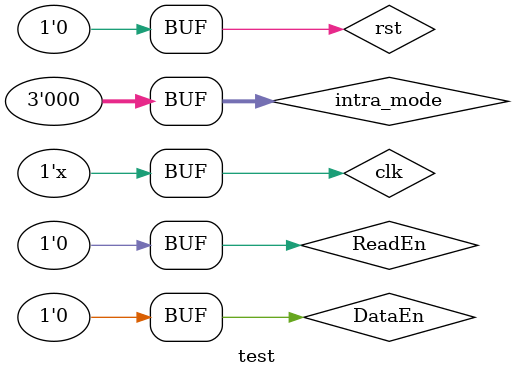
<source format=v>
`timescale 1ns / 1ps


module test();

    parameter W = 8;
    reg clk,rst;
    reg DataEn;
    reg [W-1:0] DataIn;
    reg [2:0] intra_mode;
    reg flag1;
    reg [W-1:0] max1, max2, max3;
    reg [1:0] idx;
    reg flag;
    reg [4:0] Address;
    reg ReadEn;

    wire [W-1:0] TBTOut;
    wire TROut;
    wire TBTOutEn;
    wire IBPOutEn;
    wire [W-1:0] IBPOut1, IBPOut2, IBPOut3;
    wire VLCOutEn;
    wire [511:0] VLCOut1, VLCOut2, VLCOut3;
    wire [2*W-1:0] BramIn, DataOut;

    wire [W-1:0] tmp1, tmp2, tmp3;
    assign tmp1 = IBPOut1[W-1]? ~IBPOut1+1 : IBPOut1;
    assign tmp2 = IBPOut2[W-1]? ~IBPOut2+1 : IBPOut2;
    assign tmp3 = IBPOut3[W-1]? ~IBPOut3+1 : IBPOut3;

    wire [2:0] BP_mode;
    assign BP_mode = ((intra_mode == 0)||(intra_mode == 1))? (idx == 1? 4 : idx == 2? 5 : idx == 3? 7 : 0) : 
                     (intra_mode == 2)? (idx == 1? 0 : idx == 2? 4 : idx == 3? 5 : 0) : 
                     (intra_mode == 3)? (idx == 1? 0 : idx == 2? 2 : idx == 3? 6 : 0) : 
                     (intra_mode == 4)? (idx == 1? 1 : idx == 2? 5 : idx == 3? 6 : 0) : 
                     (intra_mode == 5)? (idx == 1? 1 : idx == 2? 3 : idx == 3? 4 : 0) : 0;

    assign BramIn = (idx == 1)? VLCOut1[511:496] : (idx == 2)? VLCOut2[511:496] : (idx == 3)? VLCOut3[511:496] : 0;

    initial
    begin
        clk <= 0;
        rst <= 0;
        intra_mode <= 0;
        ReadEn <= 0;
        # 6
        rst <= 1;
        # 8
        rst <= 0;
        # 4
        DataEn <= 1;
        # 128
        DataEn <= 0;
        # 128
        ReadEn <= 1;
        # 88
        ReadEn <= 0;
    end

    always @(posedge clk)
    begin
        if(rst == 1)
        begin
            flag1 <= 0;
            DataIn <= 126;
        end
        else if(DataIn == 156)
        begin
            DataIn <= DataIn - 3;
            flag1 <= 1;
        end
        else if(DataIn == 96)
        begin
            DataIn <= DataIn + 3;
            flag1 <= 0;
        end
        else if(flag1 == 0)
            DataIn <= DataIn + 3;
        else
            DataIn <= DataIn - 3;
    end

    always@(posedge clk)
    begin
        if(rst == 1)
        begin
            max1 <= 0;
            max2 <= 0;
            max3 <= 0;
            idx <= 0;
            flag <= 0; 
        end
        else if(IBPOutEn)
        begin
            flag <= 1;
            max1 <= (max1 > tmp1)? max1 : tmp1;
            max2 <= (max2 > tmp2)? max2 : tmp2;
            max3 <= (max3 > tmp3)? max3 : tmp3;
        end
        else if(flag == 1)
        begin
            flag <= 0;
            if((max1 <= max2) && (max1 <= max3))
                idx <= 1;
            else if((max2 <= max1) && (max2 <= max3))
                idx <= 2;
            else 
                idx <= 3;
        end
    end


    always #2 clk = ~clk;

    TBT t1(
        .clk(clk),
        .rst(rst),
        .DataEn(DataEn),
        .DataIn(DataIn),
        .DataOut(TBTOut),
        .DataTR(TROut),
        .DataOutEn(TBTOutEn)
    );

    IBP t2(
        .clk(clk),
        .rst(rst),
        .intra_mode(intra_mode),
        .DataEn(TBTOutEn),
        .DataIn(TBTOut),
        .DataOutEn(IBPOutEn),
        .DataOut1(IBPOut1),
        .DataOut2(IBPOut2),
        .DataOut3(IBPOut3)
    );

    VLC t3(
        .clk(clk),
        .rst(rst),
        .DataEn(IBPOutEn),
        .DataIn(IBPOut1),
        .DataOutEn(VLCOutEn),
        .DataOut(VLCOut1)
    );
    
    VLC t4(
        .clk(clk),
        .rst(rst),
        .DataEn(IBPOutEn),
        .DataIn(IBPOut2),
        .DataOutEn(),
        .DataOut(VLCOut2)
    );

    VLC t5(
        .clk(clk),
        .rst(rst),
        .DataEn(IBPOutEn),
        .DataIn(IBPOut3),
        .DataOutEn(),
        .DataOut(VLCOut3)
    );

    Residual_BRAM b1(
        .clka(clk),
        .addra(Address),
        .ena(VLCOutEn | ReadEn),
        .wea(VLCOutEn),
        .dina(BramIn),
        .douta(DataOut)
    );
 
    always@(posedge clk)
    begin
        if(VLCOutEn | ReadEn)
            Address <= Address + 1;
        else
            Address <= 0;
    end

    assign BramIn = (idx == 1)? VLCOut1[511:496] : (idx == 2)? VLCOut2[511:496] : (idx == 3)? VLCOut3[511:496] : 0;

endmodule

</source>
